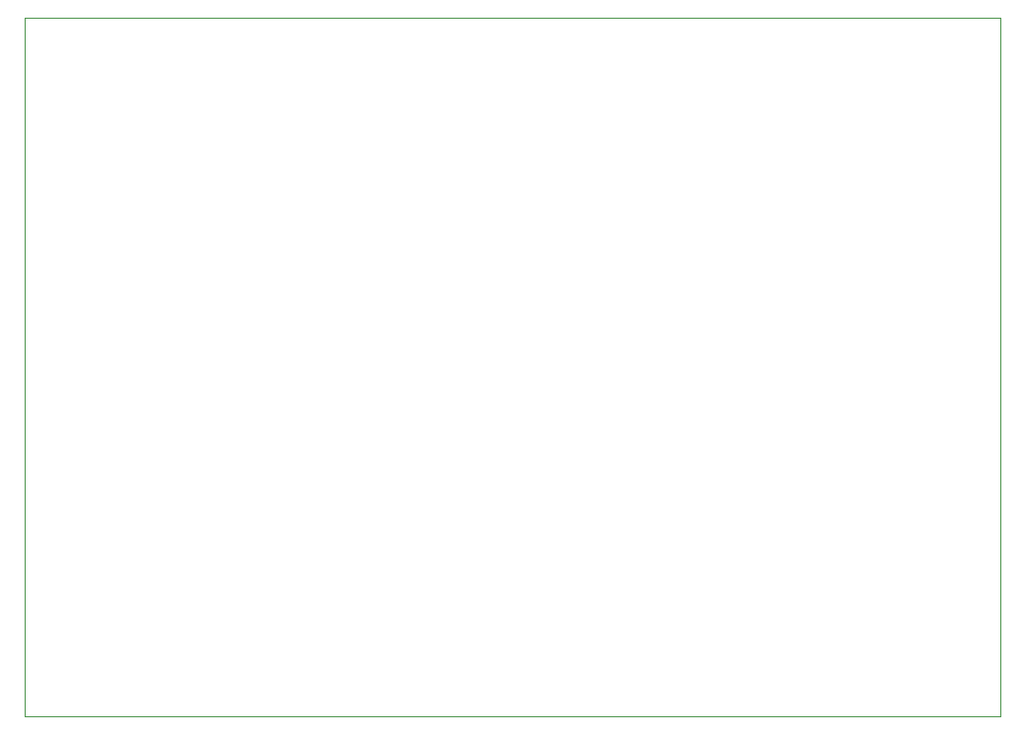
<source format=gbr>
%TF.GenerationSoftware,KiCad,Pcbnew,9.0.2*%
%TF.CreationDate,2025-06-10T12:21:51+08:00*%
%TF.ProjectId,BDU_TS,4244555f-5453-42e6-9b69-6361645f7063,rev?*%
%TF.SameCoordinates,Original*%
%TF.FileFunction,Profile,NP*%
%FSLAX46Y46*%
G04 Gerber Fmt 4.6, Leading zero omitted, Abs format (unit mm)*
G04 Created by KiCad (PCBNEW 9.0.2) date 2025-06-10 12:21:51*
%MOMM*%
%LPD*%
G01*
G04 APERTURE LIST*
%TA.AperFunction,Profile*%
%ADD10C,0.050000*%
%TD*%
G04 APERTURE END LIST*
D10*
X79500000Y-70000000D02*
X163200000Y-70000000D01*
X163200000Y-130000000D01*
X79500000Y-130000000D01*
X79500000Y-70000000D01*
M02*

</source>
